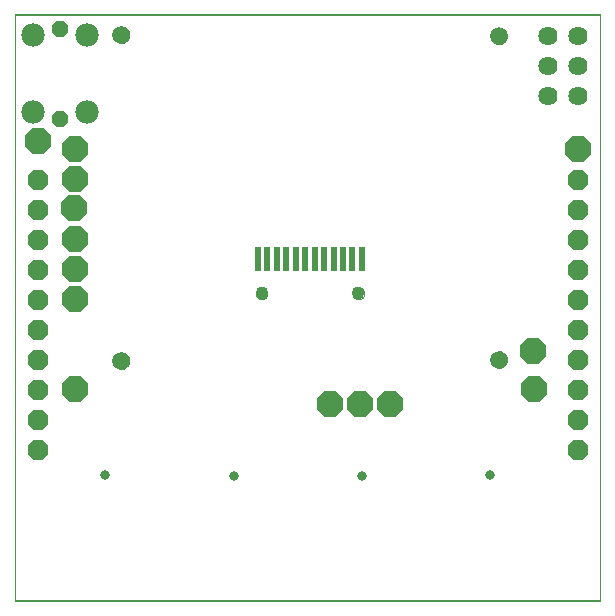
<source format=gts>
G75*
G70*
%OFA0B0*%
%FSLAX24Y24*%
%IPPOS*%
%LPD*%
%AMOC8*
5,1,8,0,0,1.08239X$1,22.5*
%
%ADD10C,0.0000*%
%ADD11R,0.0197X0.0827*%
%ADD12C,0.0434*%
%ADD13C,0.0591*%
%ADD14OC8,0.0670*%
%ADD15C,0.0316*%
%ADD16OC8,0.0890*%
%ADD17C,0.0780*%
%ADD18OC8,0.0560*%
%ADD19C,0.0640*%
D10*
X000736Y000100D02*
X000736Y019663D01*
X020252Y019663D01*
X020252Y000100D01*
X000736Y000100D01*
X000750Y000128D02*
X000750Y019628D01*
X020250Y019628D01*
X020250Y000128D01*
X000750Y000128D01*
X004004Y008120D02*
X004006Y008153D01*
X004012Y008185D01*
X004021Y008216D01*
X004034Y008246D01*
X004051Y008274D01*
X004071Y008300D01*
X004094Y008324D01*
X004119Y008344D01*
X004147Y008362D01*
X004176Y008376D01*
X004207Y008386D01*
X004239Y008393D01*
X004272Y008396D01*
X004305Y008395D01*
X004337Y008390D01*
X004368Y008381D01*
X004399Y008369D01*
X004427Y008353D01*
X004454Y008334D01*
X004478Y008312D01*
X004499Y008287D01*
X004518Y008260D01*
X004533Y008231D01*
X004544Y008201D01*
X004552Y008169D01*
X004556Y008136D01*
X004556Y008104D01*
X004552Y008071D01*
X004544Y008039D01*
X004533Y008009D01*
X004518Y007980D01*
X004499Y007953D01*
X004478Y007928D01*
X004454Y007906D01*
X004427Y007887D01*
X004399Y007871D01*
X004368Y007859D01*
X004337Y007850D01*
X004305Y007845D01*
X004272Y007844D01*
X004239Y007847D01*
X004207Y007854D01*
X004176Y007864D01*
X004147Y007878D01*
X004119Y007896D01*
X004094Y007916D01*
X004071Y007940D01*
X004051Y007966D01*
X004034Y007994D01*
X004021Y008024D01*
X004012Y008055D01*
X004006Y008087D01*
X004004Y008120D01*
X008768Y010364D02*
X008770Y010391D01*
X008776Y010418D01*
X008785Y010444D01*
X008798Y010468D01*
X008814Y010491D01*
X008833Y010510D01*
X008855Y010527D01*
X008879Y010541D01*
X008904Y010551D01*
X008931Y010558D01*
X008958Y010561D01*
X008986Y010560D01*
X009013Y010555D01*
X009039Y010547D01*
X009063Y010535D01*
X009086Y010519D01*
X009107Y010501D01*
X009124Y010480D01*
X009139Y010456D01*
X009150Y010431D01*
X009158Y010405D01*
X009162Y010378D01*
X009162Y010350D01*
X009158Y010323D01*
X009150Y010297D01*
X009139Y010272D01*
X009124Y010248D01*
X009107Y010227D01*
X009086Y010209D01*
X009064Y010193D01*
X009039Y010181D01*
X009013Y010173D01*
X008986Y010168D01*
X008958Y010167D01*
X008931Y010170D01*
X008904Y010177D01*
X008879Y010187D01*
X008855Y010201D01*
X008833Y010218D01*
X008814Y010237D01*
X008798Y010260D01*
X008785Y010284D01*
X008776Y010310D01*
X008770Y010337D01*
X008768Y010364D01*
X011996Y010364D02*
X011998Y010391D01*
X012004Y010418D01*
X012013Y010444D01*
X012026Y010468D01*
X012042Y010491D01*
X012061Y010510D01*
X012083Y010527D01*
X012107Y010541D01*
X012132Y010551D01*
X012159Y010558D01*
X012186Y010561D01*
X012214Y010560D01*
X012241Y010555D01*
X012267Y010547D01*
X012291Y010535D01*
X012314Y010519D01*
X012335Y010501D01*
X012352Y010480D01*
X012367Y010456D01*
X012378Y010431D01*
X012386Y010405D01*
X012390Y010378D01*
X012390Y010350D01*
X012386Y010323D01*
X012378Y010297D01*
X012367Y010272D01*
X012352Y010248D01*
X012335Y010227D01*
X012314Y010209D01*
X012292Y010193D01*
X012267Y010181D01*
X012241Y010173D01*
X012214Y010168D01*
X012186Y010167D01*
X012159Y010170D01*
X012132Y010177D01*
X012107Y010187D01*
X012083Y010201D01*
X012061Y010218D01*
X012042Y010237D01*
X012026Y010260D01*
X012013Y010284D01*
X012004Y010310D01*
X011998Y010337D01*
X011996Y010364D01*
X016602Y008159D02*
X016604Y008192D01*
X016610Y008224D01*
X016619Y008255D01*
X016632Y008285D01*
X016649Y008313D01*
X016669Y008339D01*
X016692Y008363D01*
X016717Y008383D01*
X016745Y008401D01*
X016774Y008415D01*
X016805Y008425D01*
X016837Y008432D01*
X016870Y008435D01*
X016903Y008434D01*
X016935Y008429D01*
X016966Y008420D01*
X016997Y008408D01*
X017025Y008392D01*
X017052Y008373D01*
X017076Y008351D01*
X017097Y008326D01*
X017116Y008299D01*
X017131Y008270D01*
X017142Y008240D01*
X017150Y008208D01*
X017154Y008175D01*
X017154Y008143D01*
X017150Y008110D01*
X017142Y008078D01*
X017131Y008048D01*
X017116Y008019D01*
X017097Y007992D01*
X017076Y007967D01*
X017052Y007945D01*
X017025Y007926D01*
X016997Y007910D01*
X016966Y007898D01*
X016935Y007889D01*
X016903Y007884D01*
X016870Y007883D01*
X016837Y007886D01*
X016805Y007893D01*
X016774Y007903D01*
X016745Y007917D01*
X016717Y007935D01*
X016692Y007955D01*
X016669Y007979D01*
X016649Y008005D01*
X016632Y008033D01*
X016619Y008063D01*
X016610Y008094D01*
X016604Y008126D01*
X016602Y008159D01*
X016602Y018946D02*
X016604Y018979D01*
X016610Y019011D01*
X016619Y019042D01*
X016632Y019072D01*
X016649Y019100D01*
X016669Y019126D01*
X016692Y019150D01*
X016717Y019170D01*
X016745Y019188D01*
X016774Y019202D01*
X016805Y019212D01*
X016837Y019219D01*
X016870Y019222D01*
X016903Y019221D01*
X016935Y019216D01*
X016966Y019207D01*
X016997Y019195D01*
X017025Y019179D01*
X017052Y019160D01*
X017076Y019138D01*
X017097Y019113D01*
X017116Y019086D01*
X017131Y019057D01*
X017142Y019027D01*
X017150Y018995D01*
X017154Y018962D01*
X017154Y018930D01*
X017150Y018897D01*
X017142Y018865D01*
X017131Y018835D01*
X017116Y018806D01*
X017097Y018779D01*
X017076Y018754D01*
X017052Y018732D01*
X017025Y018713D01*
X016997Y018697D01*
X016966Y018685D01*
X016935Y018676D01*
X016903Y018671D01*
X016870Y018670D01*
X016837Y018673D01*
X016805Y018680D01*
X016774Y018690D01*
X016745Y018704D01*
X016717Y018722D01*
X016692Y018742D01*
X016669Y018766D01*
X016649Y018792D01*
X016632Y018820D01*
X016619Y018850D01*
X016610Y018881D01*
X016604Y018913D01*
X016602Y018946D01*
X004004Y018986D02*
X004006Y019019D01*
X004012Y019051D01*
X004021Y019082D01*
X004034Y019112D01*
X004051Y019140D01*
X004071Y019166D01*
X004094Y019190D01*
X004119Y019210D01*
X004147Y019228D01*
X004176Y019242D01*
X004207Y019252D01*
X004239Y019259D01*
X004272Y019262D01*
X004305Y019261D01*
X004337Y019256D01*
X004368Y019247D01*
X004399Y019235D01*
X004427Y019219D01*
X004454Y019200D01*
X004478Y019178D01*
X004499Y019153D01*
X004518Y019126D01*
X004533Y019097D01*
X004544Y019067D01*
X004552Y019035D01*
X004556Y019002D01*
X004556Y018970D01*
X004552Y018937D01*
X004544Y018905D01*
X004533Y018875D01*
X004518Y018846D01*
X004499Y018819D01*
X004478Y018794D01*
X004454Y018772D01*
X004427Y018753D01*
X004399Y018737D01*
X004368Y018725D01*
X004337Y018716D01*
X004305Y018711D01*
X004272Y018710D01*
X004239Y018713D01*
X004207Y018720D01*
X004176Y018730D01*
X004147Y018744D01*
X004119Y018762D01*
X004094Y018782D01*
X004071Y018806D01*
X004051Y018832D01*
X004034Y018860D01*
X004021Y018890D01*
X004012Y018921D01*
X004006Y018953D01*
X004004Y018986D01*
D11*
X008846Y011506D03*
X009161Y011506D03*
X009476Y011506D03*
X009791Y011506D03*
X010106Y011506D03*
X010421Y011506D03*
X010736Y011506D03*
X011051Y011506D03*
X011366Y011506D03*
X011681Y011506D03*
X011996Y011506D03*
X012311Y011506D03*
D12*
X012193Y010364D03*
X008965Y010364D03*
D13*
X004280Y008120D03*
X004280Y018986D03*
X016878Y018946D03*
X016878Y008159D03*
D14*
X019500Y008128D03*
X019500Y009128D03*
X019500Y010128D03*
X019500Y011128D03*
X019500Y012128D03*
X019500Y013128D03*
X019500Y014128D03*
X019500Y007128D03*
X019500Y006128D03*
X019500Y005128D03*
X001500Y005128D03*
X001500Y006128D03*
X001500Y007128D03*
X001500Y008128D03*
X001500Y009128D03*
X001500Y010128D03*
X001500Y011128D03*
X001500Y012128D03*
X001500Y013128D03*
X001500Y014128D03*
D15*
X003737Y004305D03*
X008036Y004292D03*
X012311Y004292D03*
X016592Y004305D03*
D16*
X018039Y007179D03*
X018000Y008443D03*
X013250Y006693D03*
X012250Y006693D03*
X011250Y006693D03*
X002750Y007193D03*
X002750Y010193D03*
X002750Y011193D03*
X002750Y012193D03*
X002729Y013199D03*
X002750Y014193D03*
X002750Y015193D03*
X001500Y015443D03*
X019500Y015193D03*
D17*
X003140Y016413D03*
X001360Y016413D03*
X001360Y018973D03*
X003140Y018973D03*
D18*
X002250Y019193D03*
X002250Y016193D03*
D19*
X018500Y016943D03*
X019500Y016943D03*
X019500Y017943D03*
X018500Y017943D03*
X018500Y018943D03*
X019500Y018943D03*
M02*

</source>
